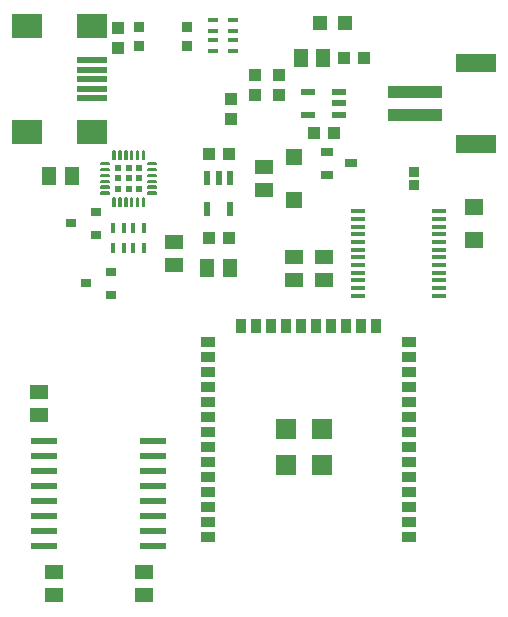
<source format=gtp>
G75*
%MOIN*%
%OFA0B0*%
%FSLAX25Y25*%
%IPPOS*%
%LPD*%
%AMOC8*
5,1,8,0,0,1.08239X$1,22.5*
%
%ADD10R,0.05906X0.05118*%
%ADD11R,0.05118X0.05906*%
%ADD12R,0.03937X0.04331*%
%ADD13R,0.04331X0.03937*%
%ADD14R,0.04724X0.04724*%
%ADD15R,0.05512X0.05512*%
%ADD16R,0.08661X0.02362*%
%ADD17C,0.00551*%
%ADD18R,0.02362X0.02362*%
%ADD19R,0.03543X0.03150*%
%ADD20R,0.04000X0.02500*%
%ADD21R,0.01772X0.03543*%
%ADD22R,0.03543X0.01772*%
%ADD23R,0.03543X0.03543*%
%ADD24R,0.04724X0.01575*%
%ADD25R,0.04724X0.02165*%
%ADD26R,0.02165X0.04724*%
%ADD27R,0.04724X0.03543*%
%ADD28R,0.03543X0.04724*%
%ADD29R,0.07000X0.07000*%
%ADD30R,0.18110X0.03937*%
%ADD31R,0.13386X0.06299*%
%ADD32R,0.06299X0.05512*%
%ADD33R,0.03543X0.03346*%
%ADD34R,0.09843X0.01969*%
%ADD35R,0.09843X0.07874*%
D10*
X0041964Y0014260D03*
X0041964Y0021740D03*
X0071964Y0021740D03*
X0071964Y0014260D03*
X0036964Y0074260D03*
X0036964Y0081740D03*
X0081964Y0124260D03*
X0081964Y0131740D03*
X0111964Y0149260D03*
X0111964Y0156740D03*
X0121964Y0126740D03*
X0121964Y0119260D03*
X0131964Y0119260D03*
X0131964Y0126740D03*
D11*
X0100704Y0123000D03*
X0093224Y0123000D03*
X0048027Y0153748D03*
X0040547Y0153748D03*
X0124287Y0193157D03*
X0131767Y0193157D03*
D12*
X0116964Y0187409D03*
X0116964Y0180717D03*
X0108932Y0180717D03*
X0108932Y0187409D03*
X0100901Y0179535D03*
X0100901Y0172843D03*
X0063342Y0196465D03*
X0063342Y0203157D03*
D13*
X0093617Y0161031D03*
X0100310Y0161031D03*
X0100310Y0133000D03*
X0093617Y0133000D03*
X0128617Y0168000D03*
X0135310Y0168000D03*
X0138617Y0193000D03*
X0145310Y0193000D03*
D14*
X0138972Y0204811D03*
X0130704Y0204811D03*
D15*
X0121964Y0160283D03*
X0121964Y0145717D03*
D16*
X0038854Y0030500D03*
X0038854Y0035500D03*
X0038854Y0040500D03*
X0038854Y0045500D03*
X0038854Y0050500D03*
X0038854Y0055500D03*
X0038854Y0060500D03*
X0038854Y0065500D03*
X0075074Y0065500D03*
X0075074Y0060500D03*
X0075074Y0055500D03*
X0075074Y0050500D03*
X0075074Y0045500D03*
X0075074Y0040500D03*
X0075074Y0035500D03*
X0075074Y0030500D03*
D17*
X0071609Y0143826D02*
X0071609Y0146426D01*
X0072161Y0146426D01*
X0072161Y0143826D01*
X0071609Y0143826D01*
X0071609Y0144376D02*
X0072161Y0144376D01*
X0072161Y0144926D02*
X0071609Y0144926D01*
X0071609Y0145476D02*
X0072161Y0145476D01*
X0072161Y0146026D02*
X0071609Y0146026D01*
X0069641Y0146426D02*
X0069641Y0143826D01*
X0069641Y0146426D02*
X0070193Y0146426D01*
X0070193Y0143826D01*
X0069641Y0143826D01*
X0069641Y0144376D02*
X0070193Y0144376D01*
X0070193Y0144926D02*
X0069641Y0144926D01*
X0069641Y0145476D02*
X0070193Y0145476D01*
X0070193Y0146026D02*
X0069641Y0146026D01*
X0067672Y0146426D02*
X0067672Y0143826D01*
X0067672Y0146426D02*
X0068224Y0146426D01*
X0068224Y0143826D01*
X0067672Y0143826D01*
X0067672Y0144376D02*
X0068224Y0144376D01*
X0068224Y0144926D02*
X0067672Y0144926D01*
X0067672Y0145476D02*
X0068224Y0145476D01*
X0068224Y0146026D02*
X0067672Y0146026D01*
X0065704Y0146426D02*
X0065704Y0143826D01*
X0065704Y0146426D02*
X0066256Y0146426D01*
X0066256Y0143826D01*
X0065704Y0143826D01*
X0065704Y0144376D02*
X0066256Y0144376D01*
X0066256Y0144926D02*
X0065704Y0144926D01*
X0065704Y0145476D02*
X0066256Y0145476D01*
X0066256Y0146026D02*
X0065704Y0146026D01*
X0063735Y0146426D02*
X0063735Y0143826D01*
X0063735Y0146426D02*
X0064287Y0146426D01*
X0064287Y0143826D01*
X0063735Y0143826D01*
X0063735Y0144376D02*
X0064287Y0144376D01*
X0064287Y0144926D02*
X0063735Y0144926D01*
X0063735Y0145476D02*
X0064287Y0145476D01*
X0064287Y0146026D02*
X0063735Y0146026D01*
X0061767Y0146426D02*
X0061767Y0143826D01*
X0061767Y0146426D02*
X0062319Y0146426D01*
X0062319Y0143826D01*
X0061767Y0143826D01*
X0061767Y0144376D02*
X0062319Y0144376D01*
X0062319Y0144926D02*
X0061767Y0144926D01*
X0061767Y0145476D02*
X0062319Y0145476D01*
X0062319Y0146026D02*
X0061767Y0146026D01*
X0060390Y0147803D02*
X0057790Y0147803D01*
X0057790Y0148355D01*
X0060390Y0148355D01*
X0060390Y0147803D01*
X0060390Y0148353D02*
X0057790Y0148353D01*
X0057790Y0149771D02*
X0060390Y0149771D01*
X0057790Y0149771D02*
X0057790Y0150323D01*
X0060390Y0150323D01*
X0060390Y0149771D01*
X0060390Y0150321D02*
X0057790Y0150321D01*
X0057790Y0151740D02*
X0060390Y0151740D01*
X0057790Y0151740D02*
X0057790Y0152292D01*
X0060390Y0152292D01*
X0060390Y0151740D01*
X0060390Y0152290D02*
X0057790Y0152290D01*
X0057790Y0153708D02*
X0060390Y0153708D01*
X0057790Y0153708D02*
X0057790Y0154260D01*
X0060390Y0154260D01*
X0060390Y0153708D01*
X0060390Y0154258D02*
X0057790Y0154258D01*
X0057790Y0155677D02*
X0060390Y0155677D01*
X0057790Y0155677D02*
X0057790Y0156229D01*
X0060390Y0156229D01*
X0060390Y0155677D01*
X0060390Y0156227D02*
X0057790Y0156227D01*
X0057790Y0157645D02*
X0060390Y0157645D01*
X0057790Y0157645D02*
X0057790Y0158197D01*
X0060390Y0158197D01*
X0060390Y0157645D01*
X0060390Y0158195D02*
X0057790Y0158195D01*
X0062319Y0159574D02*
X0062319Y0162174D01*
X0062319Y0159574D02*
X0061767Y0159574D01*
X0061767Y0162174D01*
X0062319Y0162174D01*
X0062319Y0160124D02*
X0061767Y0160124D01*
X0061767Y0160674D02*
X0062319Y0160674D01*
X0062319Y0161224D02*
X0061767Y0161224D01*
X0061767Y0161774D02*
X0062319Y0161774D01*
X0064287Y0162174D02*
X0064287Y0159574D01*
X0063735Y0159574D01*
X0063735Y0162174D01*
X0064287Y0162174D01*
X0064287Y0160124D02*
X0063735Y0160124D01*
X0063735Y0160674D02*
X0064287Y0160674D01*
X0064287Y0161224D02*
X0063735Y0161224D01*
X0063735Y0161774D02*
X0064287Y0161774D01*
X0066256Y0162174D02*
X0066256Y0159574D01*
X0065704Y0159574D01*
X0065704Y0162174D01*
X0066256Y0162174D01*
X0066256Y0160124D02*
X0065704Y0160124D01*
X0065704Y0160674D02*
X0066256Y0160674D01*
X0066256Y0161224D02*
X0065704Y0161224D01*
X0065704Y0161774D02*
X0066256Y0161774D01*
X0068224Y0162174D02*
X0068224Y0159574D01*
X0067672Y0159574D01*
X0067672Y0162174D01*
X0068224Y0162174D01*
X0068224Y0160124D02*
X0067672Y0160124D01*
X0067672Y0160674D02*
X0068224Y0160674D01*
X0068224Y0161224D02*
X0067672Y0161224D01*
X0067672Y0161774D02*
X0068224Y0161774D01*
X0070193Y0162174D02*
X0070193Y0159574D01*
X0069641Y0159574D01*
X0069641Y0162174D01*
X0070193Y0162174D01*
X0070193Y0160124D02*
X0069641Y0160124D01*
X0069641Y0160674D02*
X0070193Y0160674D01*
X0070193Y0161224D02*
X0069641Y0161224D01*
X0069641Y0161774D02*
X0070193Y0161774D01*
X0072161Y0162174D02*
X0072161Y0159574D01*
X0071609Y0159574D01*
X0071609Y0162174D01*
X0072161Y0162174D01*
X0072161Y0160124D02*
X0071609Y0160124D01*
X0071609Y0160674D02*
X0072161Y0160674D01*
X0072161Y0161224D02*
X0071609Y0161224D01*
X0071609Y0161774D02*
X0072161Y0161774D01*
X0073538Y0158197D02*
X0076138Y0158197D01*
X0076138Y0157645D01*
X0073538Y0157645D01*
X0073538Y0158197D01*
X0073538Y0158195D02*
X0076138Y0158195D01*
X0076138Y0156229D02*
X0073538Y0156229D01*
X0076138Y0156229D02*
X0076138Y0155677D01*
X0073538Y0155677D01*
X0073538Y0156229D01*
X0073538Y0156227D02*
X0076138Y0156227D01*
X0076138Y0154260D02*
X0073538Y0154260D01*
X0076138Y0154260D02*
X0076138Y0153708D01*
X0073538Y0153708D01*
X0073538Y0154260D01*
X0073538Y0154258D02*
X0076138Y0154258D01*
X0076138Y0152292D02*
X0073538Y0152292D01*
X0076138Y0152292D02*
X0076138Y0151740D01*
X0073538Y0151740D01*
X0073538Y0152292D01*
X0073538Y0152290D02*
X0076138Y0152290D01*
X0076138Y0150323D02*
X0073538Y0150323D01*
X0076138Y0150323D02*
X0076138Y0149771D01*
X0073538Y0149771D01*
X0073538Y0150323D01*
X0073538Y0150321D02*
X0076138Y0150321D01*
X0076138Y0148355D02*
X0073538Y0148355D01*
X0076138Y0148355D02*
X0076138Y0147803D01*
X0073538Y0147803D01*
X0073538Y0148355D01*
X0073538Y0148353D02*
X0076138Y0148353D01*
D18*
X0070507Y0149457D03*
X0070507Y0153000D03*
X0070507Y0156543D03*
X0066964Y0156543D03*
X0066964Y0153000D03*
X0063421Y0153000D03*
X0063421Y0156543D03*
X0063421Y0149457D03*
X0066964Y0149457D03*
D19*
X0055901Y0141740D03*
X0055901Y0134260D03*
X0047633Y0138000D03*
X0060901Y0121740D03*
X0060901Y0114260D03*
X0052633Y0118000D03*
D20*
X0133027Y0154260D03*
X0133027Y0161740D03*
X0140901Y0158000D03*
D21*
X0072082Y0136346D03*
X0068539Y0136346D03*
X0065389Y0136346D03*
X0061846Y0136346D03*
X0061846Y0129654D03*
X0065389Y0129654D03*
X0068539Y0129654D03*
X0072082Y0129654D03*
D22*
X0095113Y0195441D03*
X0095113Y0198984D03*
X0095113Y0202134D03*
X0095113Y0205677D03*
X0101806Y0205677D03*
X0101806Y0202134D03*
X0101806Y0198984D03*
X0101806Y0195441D03*
D23*
X0086413Y0197173D03*
X0086413Y0203472D03*
X0070271Y0203472D03*
X0070271Y0197173D03*
D24*
X0143499Y0142075D03*
X0143499Y0139516D03*
X0143499Y0136957D03*
X0143499Y0134398D03*
X0143499Y0131839D03*
X0143499Y0129280D03*
X0143499Y0126720D03*
X0143499Y0124161D03*
X0143499Y0121602D03*
X0143499Y0119043D03*
X0143499Y0116484D03*
X0143499Y0113925D03*
X0170428Y0113925D03*
X0170428Y0116484D03*
X0170428Y0119043D03*
X0170428Y0121602D03*
X0170428Y0124161D03*
X0170428Y0126720D03*
X0170428Y0129280D03*
X0170428Y0131839D03*
X0170428Y0134398D03*
X0170428Y0136957D03*
X0170428Y0139516D03*
X0170428Y0142075D03*
D25*
X0137082Y0174260D03*
X0137082Y0178000D03*
X0137082Y0181740D03*
X0126845Y0181740D03*
X0126845Y0174260D03*
D26*
X0100704Y0153119D03*
X0096964Y0153119D03*
X0093224Y0153119D03*
X0093224Y0142881D03*
X0100704Y0142881D03*
D27*
X0093499Y0098315D03*
X0093499Y0093315D03*
X0093499Y0088315D03*
X0093499Y0083315D03*
X0093499Y0078315D03*
X0093499Y0073315D03*
X0093499Y0068315D03*
X0093499Y0063315D03*
X0093499Y0058315D03*
X0093499Y0053315D03*
X0093499Y0048315D03*
X0093499Y0043315D03*
X0093499Y0038315D03*
X0093499Y0033315D03*
X0160428Y0033315D03*
X0160428Y0038315D03*
X0160428Y0043315D03*
X0160428Y0048315D03*
X0160428Y0053315D03*
X0160428Y0058315D03*
X0160428Y0063315D03*
X0160428Y0068315D03*
X0160428Y0073315D03*
X0160428Y0078315D03*
X0160428Y0083315D03*
X0160428Y0088315D03*
X0160428Y0093315D03*
X0160428Y0098315D03*
D28*
X0149405Y0103787D03*
X0144405Y0103787D03*
X0139405Y0103787D03*
X0134405Y0103787D03*
X0129405Y0103787D03*
X0124405Y0103787D03*
X0119405Y0103787D03*
X0114405Y0103787D03*
X0109405Y0103787D03*
X0104405Y0103787D03*
D29*
X0119464Y0069500D03*
X0119464Y0057500D03*
X0131464Y0057500D03*
X0131464Y0069500D03*
D30*
X0162397Y0174063D03*
X0162397Y0181937D03*
D31*
X0182869Y0191386D03*
X0182869Y0164614D03*
D32*
X0181964Y0143512D03*
X0181964Y0132488D03*
D33*
X0161964Y0150717D03*
X0161964Y0155283D03*
D34*
X0054680Y0179772D03*
X0054680Y0182921D03*
X0054680Y0186071D03*
X0054680Y0189220D03*
X0054680Y0192370D03*
D35*
X0054680Y0203787D03*
X0033027Y0203787D03*
X0033027Y0168354D03*
X0054680Y0168354D03*
M02*

</source>
